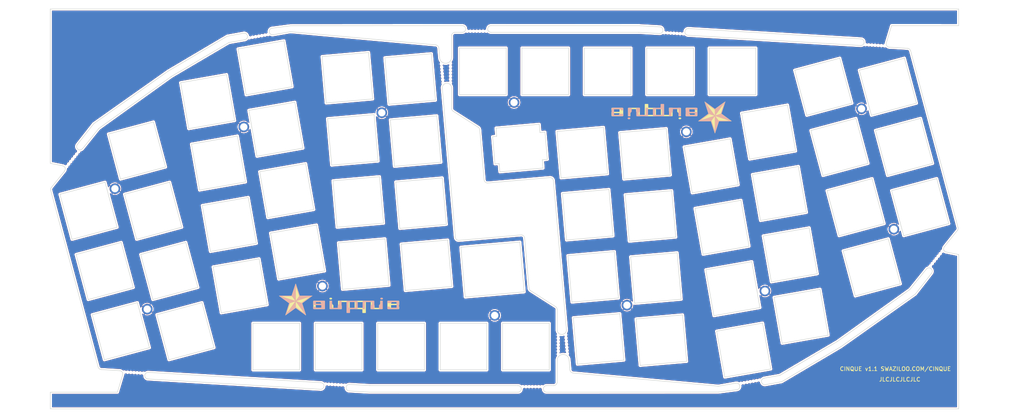
<source format=kicad_pcb>
(kicad_pcb (version 20240108) (generator "pcbnew") (generator_version "8.0")
  (title_block (title "cinque switchplates") (date "2025-06-12") (rev "1.1"))
  (layers (0 "F.Cu" signal) (31 "B.Cu" signal) (34 "B.Paste" user) (35 "F.Paste" user) (36 "B.SilkS" user "B.Silkscreen") (37 "F.SilkS" user "F.Silkscreen") (38 "B.Mask" user) (39 "F.Mask" user) (44 "Edge.Cuts" user))
  (net 0 "")
  (net 1 "GND")
  (footprint "ceoloide:mounting_hole_plated" (layer "F.Cu") (at 292.697281 91.038204 -165)
    (property "Reference" "H1" (hide yes))
    (property "Value" "")
    (pad "" thru_hole circle (at 0 0 195) (size 3.2 3.2) (drill 2.2) (layers "*.Cu" "*.Mask") (net 1 "GND"))
  )
  (footprint "ceoloide:mounting_hole_plated" (layer "F.Cu") (at 230.533742 61.825658 -175)
    (property "Reference" "H5" (hide yes))
    (property "Value" "")
    (pad "" thru_hole circle (at 0 0 185) (size 3.2 3.2) (drill 2.2) (layers "*.Cu" "*.Mask") (net 1 "GND"))
  )
  (footprint "ceoloide:mounting_hole_plated" (layer "F.Cu") (at 178.919741 53.030157 90)
    (property "Reference" "H6" (hide yes))
    (property "Value" "")
    (pad "" thru_hole circle (at 0 0 90) (size 3.2 3.2) (drill 2.2) (layers "*.Cu" "*.Mask") (net 1 "GND"))
  )
  (footprint "Module:Mouse Bite Cut" (layer "F.Cu") (at 249.684015 136.780077 10)
    (property "Reference" "JLC MB" (hide yes))
    (property "Value" "Mouse Bite Cut" (hide yes))
    (pad "" np_thru_hole circle (at -2.85001 0.000001 10) (size 0.6 0.6) (drill 0.6) (layers "F&B.Cu" "*.Mask"))
    (pad "" np_thru_hole circle (at -1.900001 0 10) (size 0.6 0.6) (drill 0.6) (layers "F&B.Cu" "*.Mask"))
    (pad "" np_thru_hole circle (at -0.949996 0.000003 10) (size 0.6 0.6) (drill 0.6) (layers "F&B.Cu" "*.Mask"))
    (pad "" np_thru_hole circle (at 0 0 10) (size 0.6 0.6) (drill 0.6) (layers "F&B.Cu" "*.Mask"))
    (pad "" np_thru_hole circle (at 0.949996 -0.000003 10) (size 0.6 0.6) (drill 0.6) (layers "F&B.Cu" "*.Mask"))
    (pad "" np_thru_hole circle (at 1.900001 0 10) (size 0.6 0.6) (drill 0.6) (layers "F&B.Cu" "*.Mask"))
    (pad "" np_thru_hole circle (at 2.85001 -0.000001 10) (size 0.6 0.6) (drill 0.6) (layers "F&B.Cu" "*.Mask"))
  )
  (footprint "Module:Mouse Bite Cut" (layer "F.Cu") (at 192.168431 125.697268 -90)
    (property "Reference" "JLC MB" (hide yes))
    (property "Value" "Mouse Bite Cut" (hide yes))
    (pad "" np_thru_hole circle (at -2.850005 0.000002 270) (size 0.6 0.6) (drill 0.6) (layers "F&B.Cu" "*.Mask"))
    (pad "" np_thru_hole circle (at -1.9 -0.000003 270) (size 0.6 0.6) (drill 0.6) (layers "F&B.Cu" "*.Mask"))
    (pad "" np_thru_hole circle (at -0.949995 0.000001 270) (size 0.6 0.6) (drill 0.6) (layers "F&B.Cu" "*.Mask"))
    (pad "" np_thru_hole circle (at 0 0 270) (size 0.6 0.6) (drill 0.6) (layers "F&B.Cu" "*.Mask"))
    (pad "" np_thru_hole circle (at 0.949995 -0.000001 270) (size 0.6 0.6) (drill 0.6) (layers "F&B.Cu" "*.Mask"))
    (pad "" np_thru_hole circle (at 1.9 0.000003 270) (size 0.6 0.6) (drill 0.6) (layers "F&B.Cu" "*.Mask"))
    (pad "" np_thru_hole circle (at 2.850005 -0.000002 270) (size 0.6 0.6) (drill 0.6) (layers "F&B.Cu" "*.Mask"))
  )
  (footprint "Module:Mouse Bite Cut" (layer "F.Cu") (at 194.648516 125.550034 -85)
    (property "Reference" "JLC MB" (hide yes))
    (property "Value" "Mouse Bite Cut" (hide yes))
    (pad "" np_thru_hole circle (at -2.850005 0.000003 275) (size 0.6 0.6) (drill 0.6) (layers "F&B.Cu" "*.Mask"))
    (pad "" np_thru_hole circle (at -1.9 -0.000003 275) (size 0.6 0.6) (drill 0.6) (layers "F&B.Cu" "*.Mask"))
    (pad "" np_thru_hole circle (at -0.949995 0.000001 275) (size 0.6 0.6) (drill 0.6) (layers "F&B.Cu" "*.Mask"))
    (pad "" np_thru_hole circle (at 0 0 275) (size 0.6 0.6) (drill 0.6) (layers "F&B.Cu" "*.Mask"))
    (pad "" np_thru_hole circle (at 0.949995 -0.000001 275) (size 0.6 0.6) (drill 0.6) (layers "F&B.Cu" "*.Mask"))
    (pad "" np_thru_hole circle (at 1.9 0.000003 275) (size 0.6 0.6) (drill 0.6) (layers "F&B.Cu" "*.Mask"))
    (pad "" np_thru_hole circle (at 2.850005 -0.000003 275) (size 0.6 0.6) (drill 0.6) (layers "F&B.Cu" "*.Mask"))
  )
  (footprint "ceoloide:mounting_hole_plated" (layer "F.Cu") (at 283.017451 54.912578 -165)
    (property "Reference" "H4" (hide yes))
    (property "Value" "")
    (pad "" thru_hole circle (at 0 0 195) (size 3.2 3.2) (drill 2.2) (layers "*.Cu" "*.Mask") (net 1 "GND"))
  )
  (footprint "ceoloide:mounting_hole_plated" (layer "F.Cu") (at 173.125164 116.894381 -90)
    (property "Reference" "H6" (hide yes))
    (property "Value" "")
    (pad "" thru_hole circle (at 0 0 270) (size 3.2 3.2) (drill 2.2) (layers "*.Cu" "*.Mask") (net 1 "GND"))
  )
  (footprint "ceoloide:mounting_hole_plated" (layer "F.Cu") (at 69.027457 115.011956 15)
    (property "Reference" "H4" (hide yes))
    (property "Value" "")
    (pad "" thru_hole circle (at 0 0 15) (size 3.2 3.2) (drill 2.2) (layers "*.Cu" "*.Mask") (net 1 "GND"))
  )
  (footprint "Module:Mouse Bite Cut" (layer "F.Cu") (at 157.394012 44.321263 95)
    (property "Reference" "JLC MB" (hide yes))
    (property "Value" "Mouse Bite Cut" (hide yes))
    (pad "" np_thru_hole circle (at -2.850001 0.000002 95) (size 0.6 0.6) (drill 0.6) (layers "F&B.Cu" "*.Mask"))
    (pad "" np_thru_hole circle (at -1.899999 -0.000001 95) (size 0.6 0.6) (drill 0.6) (layers "F&B.Cu" "*.Mask"))
    (pad "" np_thru_hole circle (at -0.949998 0.000002 95) (size 0.6 0.6) (drill 0.6) (layers "F&B.Cu" "*.Mask"))
    (pad "" np_thru_hole circle (at 0 0 95) (size 0.6 0.6) (drill 0.6) (layers "F&B.Cu" "*.Mask"))
    (pad "" np_thru_hole circle (at 0.949998 -0.000002 95) (size 0.6 0.6) (drill 0.6) (layers "F&B.Cu" "*.Mask"))
    (pad "" np_thru_hole circle (at 1.899999 0.000001 95) (size 0.6 0.6) (drill 0.6) (layers "F&B.Cu" "*.Mask"))
    (pad "" np_thru_hole circle (at 2.850001 -0.000002 95) (size 0.6 0.6) (drill 0.6) (layers "F&B.Cu" "*.Mask"))
  )
  (footprint "Module:Mouse Bite Cut" (layer "F.Cu") (at 102.428738 33.135117 -170)
    (property "Reference" "JLC MB" (hide yes))
    (property "Value" "Mouse Bite Cut" (hide yes))
    (pad "" np_thru_hole circle (at -2.85001 0.000001 190) (size 0.6 0.6) (drill 0.6) (layers "F&B.Cu" "*.Mask"))
    (pad "" np_thru_hole circle (at -1.900001 0 190) (size 0.6 0.6) (drill 0.6) (layers "F&B.Cu" "*.Mask"))
    (pad "" np_thru_hole circle (at -0.949996 0.000003 190) (size 0.6 0.6) (drill 0.6) (layers "F&B.Cu" "*.Mask"))
    (pad "" np_thru_hole circle (at 0 0 190) (size 0.6 0.6) (drill 0.6) (layers "F&B.Cu" "*.Mask"))
    (pad "" np_thru_hole circle (at 0.949996 -0.000003 190) (size 0.6 0.6) (drill 0.6) (layers "F&B.Cu" "*.Mask"))
    (pad "" np_thru_hole circle (at 1.900001 0 190) (size 0.6 0.6) (drill 0.6) (layers "F&B.Cu" "*.Mask"))
    (pad "" np_thru_hole circle (at 2.85001 -0.000001 190) (size 0.6 0.6) (drill 0.6) (layers "F&B.Cu" "*.Mask"))
  )
  (footprint "ceoloide:mounting_hole_plated" (layer "F.Cu") (at 97.956647 60.359034 10)
    (property "Reference" "H2" (hide yes))
    (property "Value" "")
    (pad "" thru_hole circle (at 0 0 10) (size 3.2 3.2) (drill 2.2) (layers "*.Cu" "*.Mask") (net 1 "GND"))
  )
  (footprint "Module:Mouse Bite Cut" (layer "F.Cu") (at 125.323701 137.648742 -3.4)
    (property "Reference" "JLC MB" (hide yes))
    (property "Value" "Mouse Bite Cut" (hide yes))
    (pad "" np_thru_hole circle (at -2.850013 0.000001 356.6) (size 0.6 0.6) (drill 0.6) (layers "F&B.Cu" "*.Mask"))
    (pad "" np_thru_hole circle (at -1.900001 -0.000001 356.6) (size 0.6 0.6) (drill 0.6) (layers "F&B.Cu" "*.Mask"))
    (pad "" np_thru_hole circle (at -0.949993 0.000003 356.6) (size 0.6 0.6) (drill 0.6) (layers "F&B.Cu" "*.Mask"))
    (pad "" np_thru_hole circle (at 0 0 356.6) (size 0.6 0.6) (drill 0.6) (layers "F&B.Cu" "*.Mask"))
    (pad "" np_thru_hole circle (at 0.949993 -0.000003 356.6) (size 0.6 0.6) (drill 0.6) (layers "F&B.Cu" "*.Mask"))
    (pad "" np_thru_hole circle (at 1.900001 0.000001 356.6) (size 0.6 0.6) (drill 0.6) (layers "F&B.Cu" "*.Mask"))
    (pad "" np_thru_hole circle (at 2.850013 -0.000001 356.6) (size 0.6 0.6) (drill 0.6) (layers "F&B.Cu" "*.Mask"))
  )
  (footprint "ceoloide:mounting_hole_plated" (layer "F.Cu") (at 212.747987 113.82366 -175)
    (property "Reference" "H3" (hide yes))
    (property "Value" "")
    (pad "" thru_hole circle (at 0 0 185) (size 3.2 3.2) (drill 2.2) (layers "*.Cu" "*.Mask") (net 1 "GND"))
  )
  (footprint "cayenne:NauticalStar01" (layer "F.Cu") (at 239.104369 57.52169 180)
    (property "Reference" "G***" (hide yes))
    (property "Value" "LOGO" (hide yes))
  )
  (footprint "Module:Mouse Bite Cut" (layer "F.Cu") (at 226.789052 32.266452 176.6)
    (property "Reference" "JLC MB" (hide yes))
    (property "Value" "Mouse Bite Cut" (hide yes))
    (pad "" np_thru_hole circle (at -2.850013 0.000001 176.6) (size 0.6 0.6) (drill 0.6) (layers "F&B.Cu" "*.Mask"))
    (pad "" np_thru_hole circle (at -1.900001 -0.000001 176.6) (size 0.6 0.6) (drill 0.6) (layers "F&B.Cu" "*.Mask"))
    (pad "" np_thru_hole circle (at -0.949993 0.000003 176.6) (size 0.6 0.6) (drill 0.6) (layers "F&B.Cu" "*.Mask"))
    (pad "" np_thru_hole circle (at 0 0 176.6) (size 0.6 0.6) (drill 0.6) (layers "F&B.Cu" "*.Mask"))
    (pad "" np_thru_hole circle (at 0.949993 -0.000003 176.6) (size 0.6 0.6) (drill 0.6) (layers "F&B.Cu" "*.Mask"))
    (pad "" np_thru_hole circle (at 1.900001 0.000001 176.6) (size 0.6 0.6) (drill 0.6) (layers "F&B.Cu" "*.Mask"))
    (pad "" np_thru_hole circle (at 2.850013 -0.000001 176.6) (size 0.6 0.6) (drill 0.6) (layers "F&B.Cu" "*.Mask"))
  )
  (footprint "ceoloide:mounting_hole_plated" (layer "F.Cu") (at 254.088258 109.565499 -170)
    (property "Reference" "H2" (hide yes))
    (property "Value" "")
    (pad "" thru_hole circle (at 0 0 190) (size 3.2 3.2) (drill 2.2) (layers "*.Cu" "*.Mask") (net 1 "GND"))
  )
  (footprint "Module:Mouse Bite Cut" (layer "F.Cu") (at 159.874097 44.174026 90)
    (property "Reference" "JLC MB" (hide yes))
    (property "Value" "Mouse Bite Cut" (hide yes))
    (pad "" np_thru_hole circle (at -2.850001 0.000002 90) (size 0.6 0.6) (drill 0.6) (layers "F&B.Cu" "*.Mask"))
    (pad "" np_thru_hole circle (at -1.899999 -0.000001 90) (size 0.6 0.6) (drill 0.6) (layers "F&B.Cu" "*.Mask"))
    (pad "" np_thru_hole circle (at -0.949998 0.000002 90) (size 0.6 0.6) (drill 0.6) (layers "F&B.Cu" "*.Mask"))
    (pad "" np_thru_hole circle (at 0 0 90) (size 0.6 0.6) (drill 0.6) (layers "F&B.Cu" "*.Mask"))
    (pad "" np_thru_hole circle (at 0.949998 -0.000002 90) (size 0.6 0.6) (drill 0.6) (layers "F&B.Cu" "*.Mask"))
    (pad "" np_thru_hole circle (at 1.899999 0.000001 90) (size 0.6 0.6) (drill 0.6) (layers "F&B.Cu" "*.Mask"))
    (pad "" np_thru_hole circle (at 2.850001 -0.000002 90) (size 0.6 0.6) (drill 0.6) (layers "F&B.Cu" "*.Mask"))
  )
  (footprint "cayenne:NauticalStar01" (layer "F.Cu") (at 113.49736 112.113439)
    (property "Reference" "G***" (hide yes))
    (property "Value" "LOGO" (hide yes))
  )
  (footprint "Module:Mouse Bite Cut" (layer "F.Cu") (at 184.390458 138.268413)
    (property "Reference" "JLC MB" (hide yes))
    (property "Value" "Mouse Bite Cut" (hide yes))
    (pad "" np_thru_hole circle (at -2.850007 0.000001) (size 0.6 0.6) (drill 0.6) (layers "F&B.Cu" "*.Mask"))
    (pad "" np_thru_hole circle (at -1.900002 -0.000004) (size 0.6 0.6) (drill 0.6) (layers "F&B.Cu" "*.Mask"))
    (pad "" np_thru_hole circle (at -0.949993 0.000002) (size 0.6 0.6) (drill 0.6) (layers "F&B.Cu" "*.Mask"))
    (pad "" np_thru_hole circle (at 0 0) (size 0.6 0.6) (drill 0.6) (layers "F&B.Cu" "*.Mask"))
    (pad "" np_thru_hole circle (at 0.949993 -0.000002) (size 0.6 0.6) (drill 0.6) (layers "F&B.Cu" "*.Mask"))
    (pad "" np_thru_hole circle (at 1.900002 0.000004) (size 0.6 0.6) (drill 0.6) (layers "F&B.Cu" "*.Mask"))
    (pad "" np_thru_hole circle (at 2.850007 -0.000001) (size 0.6 0.6) (drill 0.6) (layers "F&B.Cu" "*.Mask"))
  )
  (footprint "cayenne:cinque-logo01" (layer "F.Cu") (at 220.979821 55.752057 180)
    (property "Reference" "G***" (hide yes))
    (property "Value" "LOGO" (hide yes))
  )
  (footprint "Module:Mouse Bite Cut" (layer "F.Cu") (at 167.722295 31.646781 180)
    (property "Reference" "JLC MB" (hide yes))
    (property "Value" "Mouse Bite Cut" (hide yes))
    (pad "" np_thru_hole circle (at -2.850007 0.000001 180) (size 0.6 0.6) (drill 0.6) (layers "F&B.Cu" "*.Mask"))
    (pad "" np_thru_hole circle (at -1.900002 -0.000004 180) (size 0.6 0.6) (drill 0.6) (layers "F&B.Cu" "*.Mask"))
    (pad "" np_thru_hole circle (at -0.949993 0.000002 180) (size 0.6 0.6) (drill 0.6) (layers "F&B.Cu" "*.Mask"))
    (pad "" np_thru_hole circle (at 0 0 180) (size 0.6 0.6) (drill 0.6) (layers "F&B.Cu" "*.Mask"))
    (pad "" np_thru_hole circle (at 0.949993 -0.000002 180) (size 0.6 0.6) (drill 0.6) (layers "F&B.Cu" "*.Mask"))
    (pad "" np_thru_hole circle (at 1.900002 0.000004 180) (size 0.6 0.6) (drill 0.6) (layers "F&B.Cu" "*.Mask"))
    (pad "" np_thru_hole circle (at 2.850007 -0.000001 180) (size 0.6 0.6) (drill 0.6) (layers "F&B.Cu" "*.Mask"))
  )
  (footprint "Module:Mouse Bite Cut" (layer "F.Cu") (at 65.040293 134.049277 -3.4)
    (property "Reference" "JLC MB" (hide yes))
    (property "Value" "Mouse Bite Cut" (hide yes))
    (pad "" np_thru_hole circle (at -2.850012 -0.000001 356.6) (size 0.6 0.6) (drill 0.6) (layers "F&B.Cu" "*.Mask"))
    (pad "" np_thru_hole circle (at -1.899999 -0.000003 356.6) (size 0.6 0.6) (drill 0.6) (layers "F&B.Cu" "*.Mask"))
    (pad "" np_thru_hole circle (at -0.949995 -0.000004 356.6) (size 0.6 0.6) (drill 0.6) (layers "F&B.Cu" "*.Mask"))
    (pad "" np_thru_hole circle (at 0 0 356.6) (size 0.6 0.6) (drill 0.6) (layers "F&B.Cu" "*.Mask"))
    (pad "" np_thru_hole circle (at 0.949995 0.000004 356.6) (size 0.6 0.6) (drill 0.6) (layers "F&B.Cu" "*.Mask"))
    (pad "" np_thru_hole circle (at 1.899999 0.000003 356.6) (size 0.6 0.6) (drill 0.6) (layers "F&B.Cu" "*.Mask"))
    (pad "" np_thru_hole circle (at 2.850012 0.000001 356.6) (size 0.6 0.6) (drill 0.6) (layers "F&B.Cu" "*.Mask"))
  )
  (footprint "ceoloide:mounting_hole_plated" (layer "F.Cu") (at 139.296916 56.100876 5)
    (property "Reference" "H3" (hide yes))
    (property "Value" "")
    (pad "" thru_hole circle (at 0 0 5) (size 3.2 3.2) (drill 2.2) (layers "*.Cu" "*.Mask") (net 1 "GND"))
  )
  (footprint "Module:Mouse Bite Cut" (layer "F.Cu") (at 46.684559 70.013097 -128.75)
    (property "Reference" "JLC MB" (hide yes))
    (property "Value" "Mouse Bite Cut" (hide yes))
    (pad "" np_thru_hole circle (at -2.850007 0 231.25) (size 0.6 0.6) (drill 0.6) (layers "F&B.Cu" "*.Mask"))
    (pad "" np_thru_hole circle (at -1.900004 -0.000004 231.25) (size 0.6 0.6) (drill 0.6) (layers "F&B.Cu" "*.Mask"))
    (pad "" np_thru_hole circle (at -0.949995 0.000003 231.25) (size 0.6 0.6) (drill 0.6) (layers "F&B.Cu" "*.Mask"))
    (pad "" np_thru_hole circle (at 0 0 231.25) (size 0.6 0.6) (drill 0.6) (layers "F&B.Cu" "*.Mask"))
    (pad "" np_thru_hole circle (at 0.949995 -0.000003 231.25) (size 0.6 0.6) (drill 0.6) (layers "F&B.Cu" "*.Mask"))
    (pad "" np_thru_hole circle (at 1.900004 0.000004 231.25) (size 0.6 0.6) (drill 0.6) (layers "F&B.Cu" "*.Mask"))
    (pad "" np_thru_hole circle (at 2.850007 0 231.25) (size 0.6 0.6) (drill 0.6) (layers "F&B.Cu" "*.Mask"))
  )
  (footprint "ceoloide:mounting_hole_plated" (layer "F.Cu") (at 121.511161 108.098875 5)
    (property "Reference" "H5" (hide yes))
    (property "Value" "")
    (pad "" thru_hole circle (at 0 0 5) (size 3.2 3.2) (drill 2.2) (layers "*.Cu" "*.Mask") (net 1 "GND"))
  )
  (footprint "Module:Mouse Bite Cut" (layer "F.Cu") (at 305.386521 99.866861 51.25)
    (property "Reference" "JLC MB" (hide yes))
    (property "Value" "Mouse Bite Cut" (hide yes))
    (pad "" np_thru_hole circle (at -2.850007 0 51.25) (size 0.6 0.6) (drill 0.6) (layers "F&B.Cu" "*.Mask"))
    (pad "" np_thru_hole circle (at -1.900004 -0.000004 51.25) (size 0.6 0.6) (drill 0.6) (layers "F&B.Cu" "*.Mask"))
    (pad "" np_thru_hole circle (at -0.949995 0.000003 51.25) (size 0.6 0.6) (drill 0.6) (layers "F&B.Cu" "*.Mask"))
    (pad "" np_thru_hole circle (at 0 0 51.25) (size 0.6 0.6) (drill 0.6) (layers "F&B.Cu" "*.Mask"))
    (pad "" np_thru_hole circle (at 0.949995 -0.000003 51.25) (size 0.6 0.6) (drill 0.6) (layers "F&B.Cu" "*.Mask"))
    (pad "" np_thru_hole circle (at 1.900004 0.000004 51.25) (size 0.6 0.6) (drill 0.6) (layers "F&B.Cu" "*.Mask"))
    (pad "" np_thru_hole circle (at 2.850007 0 51.25) (size 0.6 0.6) (drill 0.6) (layers "F&B.Cu" "*.Mask"))
  )
  (footprint "ceoloide:mounting_hole_plated" (layer "F.Cu") (at 59.347623 78.886332 15)
    (property "Reference" "H1" (hide yes))
    (property "Value" "")
    (pad "" thru_hole circle (at 0 0 15) (size 3.2 3.2) (drill 2.2) (layers "*.Cu" "*.Mask") (net 1 "GND"))
  )
  (footprint "cayenne:cinque-logo01" (layer "F.Cu") (at 131.621909 113.883066)
    (property "Reference" "G***" (hide yes))
    (property "Value" "LOGO" (hide yes))
  )
  (footprint "Module:Mouse Bite Cut" (layer "F.Cu") (at 287.07246 35.865917 176.6)
    (property "Reference" "JLC MB" (hide yes))
    (property "Value" "Mouse Bite Cut" (hide yes))
    (pad "" np_thru_hole circle (at -2.850012 -0.000001 176.6) (size 0.6 0.6) (drill 0.6) (layers "F&B.Cu" "*.Mask"))
    (pad "" np_thru_hole circle (at -1.899999 -0.000003 176.6) (size 0.6 0.6) (drill 0.6) (layers "F&B.Cu" "*.Mask"))
    (pad "" np_thru_hole circle (at -0.949995 -0.000004 176.6) (size 0.6 0.6) (drill 0.6) (layers "F&B.Cu" "*.Mask"))
    (pad "" np_thru_hole circle (at 0 0 176.6) (size 0.6 0.6) (drill 0.6) (layers "F&B.Cu" "*.Mask"))
    (pad "" np_thru_hole circle (at 0.949995 0.000004 176.6) (size 0.6 0.6) (drill 0.6) (layers "F&B.Cu" "*.Mask"))
    (pad "" np_thru_hole circle (at 1.899999 0.000003 176.6) (size 0.6 0.6) (drill 0.6) (layers "F&B.Cu" "*.Mask"))
    (pad "" np_thru_hole circle (at 2.850012 0.000001 176.6) (size 0.6 0.6) (drill 0.6) (layers "F&B.Cu" "*.Mask"))
  )
  (footprint "cayenne:cinque-logo01" (layer "B.Cu") (at 220.979821 55.752057)
    (property "Reference" "G***" (hide yes))
    (property "Value" "LOGO" (hide yes))
  )
  (footprint "cayenne:NauticalStar01" (layer "B.Cu") (at 239.104383 57.522854)
    (property "Reference" "G***" (hide yes))
    (property "Value" "LOGO" (hide yes))
  )
  (footprint "cayenne:cinque-logo01" (layer "B.Cu") (at 131.621909 113.883066 180)
    (property "Reference" "G***" (hide yes))
    (property "Value" "LOGO" (hide yes))
  )
  (footprint "cayenne:NauticalStar01" (layer "B.Cu") (at 113.497344 112.112272 180)
    (property "Reference" "G***" (hide yes))
    (property "Value" "LOGO" (hide yes))
  )
  (gr_line (start 141.466169 107.858767) (end 140.245988 93.912042) (stroke (width 0.15)) (layer "Edge.Cuts"))
  (gr_line (start 56.391827 76.934851) (end 42.868865 80.558319) (stroke (width 0.15)) (layer "Edge.Cuts"))
  (gr_line (start 251.369737 50.680157) (end 251.369745 36.680153) (stroke (width 0.15)) (layer "Edge.Cuts"))
  (gr_line (start 135.631128 139.927748) (end 129.528405 139.571785) (stroke (width 0.15)) (layer "Edge.Cuts"))
  (gr_line (start 170.775165 133.24438) (end 170.775164 119.244379) (stroke (width 0.15)) (layer "Edge.Cuts"))
  (gr_line (start 69.695126 126.583439) (end 66.071659 113.060477) (stroke (width 0.15)) (layer "Edge.Cuts"))
  (gr_line (start 212.208546 80.694609) (end 213.428724 94.641333) (stroke (width 0.15)) (layer "Edge.Cuts"))
  (gr_line (start 39.994337 139.932305) (end 39.991067 144.929386) (stroke (width 0.15)) (layer "Edge.Cuts"))
  (gr_line (start 135.695404 137.930104) (end 129.647491 137.567564) (stroke (width 0.15)) (layer "Edge.Cuts"))
  (gr_line (start 273.029013 122.827958) (end 270.597941 109.040652) (stroke (width 0.15)) (layer "Edge.Cuts"))
  (gr_line (start 240.002226 138.110184) (end 196.581633 134.158101) (stroke (width 0.15)) (layer "Edge.Cuts"))
  (gr_line (start 256.810626 111.471724) (end 259.241704 125.259033) (stroke (width 0.15)) (layer "Edge.Cuts"))
  (gr_arc (start 216.289924 31.992654) (mid 216.319725 31.993098) (end 216.3495 31.994429) (stroke (width 0.15)) (layer "Edge.Cuts"))
  (gr_line (start 218.669741 50.680154) (end 232.669742 50.680151) (stroke (width 0.15)) (layer "Edge.Cuts"))
  (gr_arc (start 254.219909 137.676335) (mid 253.056979 136.862027) (end 253.871278 135.699084) (stroke (width 0.15)) (layer "Edge.Cuts"))
  (gr_line (start 251.369745 36.680153) (end 237.36974 36.68016) (stroke (width 0.15)) (layer "Edge.Cuts"))
  (gr_arc (start 43.778209 72.02224) (mid 44.431714 72.687212) (end 44.253817 73.602429) (stroke (width 0.15)) (layer "Edge.Cuts"))
  (gr_line (start 216.289924 31.992654) (end 172.034198 31.991722) (stroke (width 0.15)) (layer "Edge.Cuts"))
  (gr_line (start 160.269321 108.221346) (end 159.049141 94.274621) (stroke (width 0.15)) (layer "Edge.Cuts"))
  (gr_line (start 259.241704 125.259033) (end 273.029013 122.827958) (stroke (width 0.15)) (layer "Edge.Cuts"))
  (gr_line (start 162.569737 50.680154) (end 176.569737 50.680153) (stroke (width 0.15)) (layer "Edge.Cuts"))
  (gr_line (start 101.894556 69.158914) (end 115.681865 66.72784) (stroke (width 0.15)) (layer "Edge.Cuts"))
  (gr_line (start 195.41937 130.307595) (end 195.676087 133.249372) (stroke (width 0.15)) (layer "Edge.Cuts"))
  (gr_arc (start 76.257053 45.216521) (mid 76.294072 45.191195) (end 76.332189 45.167555) (stroke (width 0.15)) (layer "Edge.Cuts"))
  (gr_line (start 264.103492 72.208839) (end 250.316186 74.639915) (stroke (width 0.15)) (layer "Edge.Cuts"))
  (gr_line (start 300.712658 57.780441) (end 287.189696 61.403907) (stroke (width 0.15)) (layer "Edge.Cuts"))
  (gr_line (start 124.259819 71.821267) (end 138.206546 70.601086) (stroke (width 0.15)) (layer "Edge.Cuts"))
  (gr_line (start 157.419329 75.645779) (end 143.472603 76.865959) (stroke (width 0.15)) (layer "Edge.Cuts"))
  (gr_line (start 122.630006 53.192426) (end 136.576732 51.972245) (stroke (width 0.15)) (layer "Edge.Cuts"))
  (gr_line (start 74.532285 72.384713) (end 70.908819 58.861752) (stroke (width 0.15)) (layer "Edge.Cuts"))
  (gr_arc (start 194.624636 121.196534) (mid 193.242281 122.617893) (end 191.824991 121.231365) (stroke (width 0.15)) (layer "Edge.Cuts"))
  (gr_arc (start 54.42212 60.930068) (mid 54.514099 60.830266) (end 54.618745 60.743839) (stroke (width 0.15)) (layer "Edge.Cuts"))
  (gr_line (start 158.63951 89.592505) (end 157.419329 75.645779) (stroke (width 0.15)) (layer "Edge.Cuts"))
  (gr_line (start 66.071659 113.060477) (end 52.548697 116.683944) (stroke (width 0.15)) (layer "Edge.Cuts"))
  (gr_line (start 189.475163 133.24438) (end 189.475166 119.244381) (stroke (width 0.15)) (layer "Edge.Cuts"))
  (gr_arc (start 231.071762 32.876409) (mid 230.106613 31.796368) (end 231.188722 30.833537) (stroke (width 0.15)) (layer "Edge.Cuts"))
  (gr_line (start 93.672171 35.01804) (end 98.241475 34.21611) (stroke (width 0.15)) (layer "Edge.Cuts"))
  (gr_line (start 81.446967 60.883886) (end 95.234277 58.45281) (stroke (width 0.15)) (layer "Edge.Cuts"))
  (gr_arc (start 275.78785 124.708009) (mid 275.750831 124.733335) (end 275.712718 124.756982) (stroke (width 0.15)) (layer "Edge.Cuts"))
  (gr_line (start 286.195668 75.853541) (end 272.672702 79.47701) (stroke (width 0.15)) (layer "Edge.Cuts"))
  (gr_line (start 54.323848 132.388606) (end 40.121944 79.386372) (stroke (width 0.15)) (layer "Edge.Cuts"))
  (gr_line (start 108.388997 105.990725) (end 122.176306 103.559651) (stroke (width 0.15)) (layer "Edge.Cuts"))
  (gr_line (start 227.375452 93.421154) (end 226.155273 79.474424) (stroke (width 0.15)) (layer "Edge.Cuts"))
  (gr_line (start 211.831925 130.316261) (end 210.611743 116.369532) (stroke (width 0.15)) (layer "Edge.Cuts"))
  (gr_line (start 115.681865 66.72784) (end 113.250791 52.940532) (stroke (width 0.15)) (layer "Edge.Cuts"))
  (gr_line (start 199.969744 50.680155) (end 213.969741 50.680154) (stroke (width 0.15)) (layer "Edge.Cuts"))
  (gr_line (start 225.745645 74.79231) (end 224.52546 60.845586) (stroke (width 0.15)) (layer "Edge.Cuts"))
  (gr_line (start 196.665022 117.589715) (end 197.885201 131.536441) (stroke (width 0.15)) (layer "Edge.Cuts"))
  (gr_line (start 195.26974 50.680157) (end 195.269742 36.68016) (stroke (width 0.15)) (layer "Edge.Cuts"))
  (gr_arc (start 183.8584 109.470393) (mid 183.541366 109.145884) (end 183.40034 108.71469) (stroke (width 0.15)) (layer "Edge.Cuts"))
  (gr_line (start 277.512622 97.539822) (end 281.136085 111.062781) (stroke (width 0.15)) (layer "Edge.Cuts"))
  (gr_line (start 173.517854 60.690607) (end 173.735743 63.181094) (stroke (width 0.15)) (layer "Edge.Cuts"))
  (gr_line (start 229.868598 66.364881) (end 232.29967 80.152195) (stroke (width 0.15)) (layer "Edge.Cuts"))
  (gr_arc (start 258.706961 134.783113) (mid 258.545387 134.859806) (end 258.372736 134.906494) (stroke (width 0.15)) (layer "Edge.Cuts"))
  (gr_line (start 258.372736 134.906494) (end 253.871278 135.699084) (stroke (width 0.15)) (layer "Edge.Cuts"))
  (gr_arc (start 302.428896 103.01566) (mid 303.840151 102.861103) (end 303.994708 104.272358) (stroke (width 0.15)) (layer "Edge.Cuts"))
  (gr_line (start 46.49233 94.081279) (end 60.015292 90.457813) (stroke (width 0.15)) (layer "Edge.Cuts"))
  (gr_line (start 213.969739 36.680153) (end 199.96974 36.680156) (stroke (width 0.15)) (layer "Edge.Cuts"))
  (gr_line (start 227.785085 98.103268) (end 213.838361 99.323448) (stroke (width 0.15)) (layer "Edge.Cuts"))
  (gr_line (start 215.05854 113.270176) (end 229.005269 112.049995) (stroke (width 0.15)) (layer "Edge.Cuts"))
  (gr_arc (start 245.38421 137.197366) (mid 246.547163 138.011677) (end 245.732851 139.174621) (stroke (width 0.15)) (layer "Edge.Cuts"))
  (gr_line (start 222.46979 32.357679) (end 216.3495 31.994429) (stroke (width 0.15)) (layer "Edge.Cuts"))
  (gr_line (start 309.176036 89.366218) (end 305.552576 75.843253) (stroke (width 0.15)) (layer "Edge.Cuts"))
  (gr_line (start 287.189696 61.403907) (end 290.813163 74.926872) (stroke (width 0.15)) (layer "Edge.Cuts"))
  (gr_line (start 266.534569 85.996148) (end 264.103492 72.208839) (stroke (width 0.15)) (layer "Edge.Cuts"))
  (gr_line (start 276.296173 92.999971) (end 289.819131 89.376505) (stroke (width 0.15)) (layer "Edge.Cuts"))
  (gr_line (start 85.510335 83.928386) (end 87.941411 97.715695) (stroke (width 0.15)) (layer "Edge.Cuts"))
  (gr_line (start 93.013678 33.12877) (end 97.892844 32.238859) (stroke (width 0.15)) (layer "Edge.Cuts"))
  (gr_arc (start 49.655094 66.878883) (mid 48.243825 67.033421) (end 48.089282 65.622185) (stroke (width 0.15)) (layer "Edge.Cuts"))
  (gr_line (start 190.825165 137.93188) (end 188.701809 137.930955) (stroke (width 0.15)) (layer "Edge.Cuts"))
  (gr_line (start 75.297998 43.61942) (end 93.013678 33.12877) (stroke (width 0.15)) (layer "Edge.Cuts"))
  (gr_line (start 175.475164 133.24438) (end 189.475163 133.24438) (stroke (width 0.15)) (layer "Edge.Cuts"))
  (gr_line (start 57.385858 62.485217) (end 61.009322 76.00818) (stroke (width 0.15)) (layer "Edge.Cuts"))
  (gr_arc (start 163.410947 29.968974) (mid 164.422325 30.980904) (end 163.409835 31.991721) (stroke (width 0.15)) (layer "Edge.Cuts"))
  (gr_line (start 229.005269 112.049995) (end 227.785085 98.103268) (stroke (width 0.15)) (layer "Edge.Cuts"))
  (gr_line (start 136.986364 56.654359) (end 123.039637 57.874539) (stroke (width 0.15)) (layer "Edge.Cuts"))
  (gr_arc (start 60.758928 133.458347) (mid 61.53547 133.901837) (end 61.650429 134.788677) (stroke (width 0.15)) (layer "Edge.Cuts"))
  (gr_line (start 187.618835 72.707349) (end 187.400946 70.216862) (stroke (width 0.15)) (layer "Edge.Cuts"))
  (gr_line (start 195.035205 98.960872) (end 196.255385 112.907599) (stroke (width 0.15)) (layer "Edge.Cuts"))
  (gr_line (start 210.202111 111.68742) (end 208.981934 97.740693) (stroke (width 0.15)) (layer "Edge.Cuts"))
  (gr_arc (start 181.000287 92.755669) (mid 181.730231 92.985819) (end 182.083638 93.664709) (stroke (width 0.15)) (layer "Edge.Cuts"))
  (gr_line (start 138.075163 119.244379) (end 138.075164 133.24438) (stroke (width 0.15)) (layer "Edge.Cuts"))
  (gr_line (start 252.747261 88.427221) (end 266.534569 85.996148) (stroke (width 0.15)) (layer "Edge.Cuts"))
  (gr_line (start 157.420634 48.683434) (end 161.337905 93.472087) (stroke (width 0.15)) (layer "Edge.Cuts"))
  (gr_arc (start 308.299632 97.875157) (mid 307.646131 97.21018) (end 307.824024 96.294968) (stroke (width 0.15)) (layer "Edge.Cuts"))
  (gr_line (start 123.039637 57.874539) (end 124.259819 71.821267) (stroke (width 0.15)) (layer "Edge.Cuts"))
  (gr_line (start 231.188722 30.833537) (end 282.867752 33.942884) (stroke (width 0.15)) (layer "Edge.Cuts"))
  (gr_line (start 213.838361 99.323448) (end 215.05854 113.270176) (stroke (width 0.15)) (layer "Edge.Cuts"))
  (gr_line (start 255.828648 132.968835) (end 253.397569 119.181525) (stroke (width 0.15)) (layer "Edge.Cuts"))
  (gr_line (start 295.872741 39.717626) (end 282.349776 43.341096) (stroke (width 0.15)) (layer "Edge.Cuts"))
  (gr_line (start 172.4905 63.290039) (end 173.735743 63.181094) (stroke (width 0.15)) (layer "Edge.Cuts"))
  (gr_line (start 157.009696 70.963663) (end 155.789517 57.016935) (stroke (width 0.15)) (layer "Edge.Cuts"))
  (gr_line (start 121.044249 137.058197) (end 69.364079 133.9681) (stroke (width 0.15)) (layer "Edge.Cuts"))
  (gr_line (start 106.379902 30.740573) (end 111.991402 30.003006) (stroke (width 0.15)) (layer "Edge.Cuts"))
  (gr_arc (start 155.463269 35.766433) (mid 156.080968 36.056449) (end 156.368819 36.675161) (stroke (width 0.15)) (layer "Edge.Cuts"))
  (gr_line (start 145.102417 95.4948) (end 146.322596 109.441525) (stroke (width 0.15)) (layer "Edge.Cuts"))
  (gr_line (start 205.72231 60.483013) (end 191.775584 61.703189) (stroke (width 0.15)) (layer "Edge.Cuts"))
  (gr_line (start 67.06569 98.610843) (end 70.689156 112.133806) (stroke (width 0.15)) (layer "Edge.Cuts"))
  (gr_arc (start 55.230202 133.12801) (mid 54.657642 132.904647) (end 54.323848 132.388606) (stroke (width 0.15)) (layer "Edge.Cuts"))
  (gr_line (start 242.041337 135.399908) (end 255.828648 132.968835) (stroke (width 0.15)) (layer "Edge.Cuts"))
  (gr_line (start 102.710704 73.787514) (end 105.141779 87.57482) (stroke (width 0.15)) (layer "Edge.Cuts"))
  (gr_line (start 290.462324 35.126517) (end 292.014617 29.981738) (stroke (width 0.15)) (layer "Edge.Cuts"))
  (gr_line (start 224.52546 60.845586) (end 210.578736 62.065768) (stroke (width 0.15)) (layer "Edge.Cuts"))
  (gr_line (start 75.529073 130.196618) (end 89.052033 126.573151) (stroke (width 0.15)) (layer "Edge.Cuts"))
  (gr_line (start 175.475163 119.244378) (end 175.475164 133.24438) (stroke (width 0.15)) (layer "Edge.Cuts"))
  (gr_line (start 238.794116 116.984004) (end 252.581423 114.552926) (stroke (width 0.15)) (layer "Edge.Cuts"))
  (gr_arc (start 240.266515 138.099111) (mid 240.134738 138.113427) (end 240.002226 138.110184) (stroke (width 0.15)) (layer "Edge.Cuts"))
  (gr_line (start 215.468173 117.95229) (end 216.688352 131.899016) (stroke (width 0.15)) (layer "Edge.Cuts"))
  (gr_line (start 156.775163 119.244379) (end 156.775165 133.244381) (stroke (width 0.15)) (layer "Edge.Cuts"))
  (gr_line (start 299.15073 110.494904) (end 276.814755 126.295774) (stroke (width 0.15)) (layer "Edge.Cuts"))
  (gr_line (start 112.04268 31.814351) (end 155.463269 35.766433) (stroke (width 0.15)) (layer "Edge.Cuts"))
  (gr_line (start 96.21626 36.955701) (end 98.647337 50.743011) (stroke (width 0.15)) (layer "Edge.Cuts"))
  (gr_line (start 135.754976 137.931879) (end 180.08351 137.932715) (stroke (width 0.15)) (layer "Edge.Cuts"))
  (gr_line (start 70.908819 58.861752) (end 57.385858 62.485217) (stroke (width 0.15)) (layer "Edge.Cuts"))
  (gr_line (start 60.098136 139.933456) (end 39.994337 139.932305) (stroke (width 0.15)) (layer "Edge.Cuts"))
  (gr_line (start 141.43316 53.555002) (end 155.379886 52.334822) (stroke (width 0.15)) (layer "Edge.Cuts"))
  (gr_line (start 172.4905 63.290039) (end 173.205178 71.458832) (stroke (width 0.15)) (layer "Edge.Cuts"))
  (gr_line (start 249.500038 70.011318) (end 263.287346 67.580243) (stroke (width 0.15)) (layer "Edge.Cuts"))
  (gr_line (start 312.118416 29.982889) (end 312.121686 24.985808) (stroke (width 0.15)) (layer "Edge.Cuts"))
  (gr_line (start 246.086977 77.721118) (end 243.655907 63.933808) (stroke (width 0.15)) (layer "Edge.Cuts"))
  (gr_line (start 291.353825 36.456847) (end 296.814703 36.796525) (stroke (width 0.15)) (layer "Edge.Cuts"))
  (gr_arc (start 111.778388 31.825426) (mid 111.910166 31.811111) (end 112.04268 31.814351) (stroke (width 0.15)) (layer "Edge.Cuts"))
  (gr_line (start 312.132053 144.929386) (end 312.132053 98.648732) (stroke (width 0.15)) (layer "Edge.Cuts"))
  (gr_line (start 197.885201 131.536441) (end 211.831925 130.316261) (stroke (width 0.15)) (layer "Edge.Cuts"))
  (gr_line (start 71.905605 116.673658) (end 75.529073 130.196618) (stroke (width 0.15)) (layer "Edge.Cuts"))
  (gr_line (start 104.975938 113.700524) (end 102.544867 99.913216) (stroke (width 0.15)) (layer "Edge.Cuts"))
  (gr_line (start 42.868865 80.558319) (end 46.49233 94.081279) (stroke (width 0.15)) (layer "Edge.Cuts"))
  (gr_line (start 75.748733 76.924564) (end 62.225772 80.548032) (stroke (width 0.15)) (layer "Edge.Cuts"))
  (gr_line (start 160.21974 32.992653) (end 160.219847 39.383592) (stroke (width 0.15)) (layer "Edge.Cuts"))
  (gr_line (start 191.825163 115.104856) (end 191.824991 121.231365) (stroke (width 0.15)) (layer "Edge.Cuts"))
  (gr_line (start 245.732851 139.174621) (end 240.121351 139.912188) (stroke (width 0.15)) (layer "Edge.Cuts"))
  (gr_line (start 172.029243 29.965562) (end 216.481625 29.978277) (stroke (width 0.15)) (layer "Edge.Cuts"))
  (gr_line (start 125.889632 90.450107) (end 139.836357 89.229929) (stroke (width 0.15)) (layer "Edge.Cuts"))
  (gr_line (start 89.052033 126.573151) (end 85.428567 113.05019) (stroke (width 0.15)) (layer "Edge.Cuts"))
  (gr_line (start 290.813163 74.926872) (end 304.336123 71.303405) (stroke (width 0.15)) (layer "Edge.Cuts"))
  (gr_arc (start 157.420634 48.683434) (mid 158.79255 47.256098) (end 160.21488 48.633203) (stroke (width 0.15)) (layer "Edge.Cuts"))
  (gr_line (start 162.421257 94.381125) (end 181.000287 92.755669) (stroke (width 0.15)) (layer "Edge.Cuts"))
  (gr_line (start 207.35212 79.111848) (end 193.405394 80.332031) (stroke (width 0.15)) (layer "Edge.Cuts"))
  (gr_line (start 304.336123 71.303405) (end 300.712658 57.780441) (stroke (width 0.15)) (layer "Edge.Cuts"))
  (gr_line (start 160.219741 54.81968) (end 160.21488 48.633203) (stroke (width 0.15)) (layer "Edge.Cuts"))
  (gr_arc (start 106.728543 32.717828) (mid 105.565674 31.90356) (end 106.379902 30.740573) (stroke (width 0.15)) (layer "Edge.Cuts"))
  (gr_line (start 113.250791 52.940532) (end 99.463482 55.371606) (stroke (width 0.15)) (layer "Edge.Cuts"))
  (gr_arc (start 121.044249 137.058197) (mid 121.986828 138.119849) (end 120.925173 139.062419) (stroke (width 0.15)) (layer "Edge.Cuts"))
  (gr_line (start 232.29967 80.152195) (end 246.086977 77.721118) (stroke (width 0.15)) (layer "Edge.Cuts"))
  (gr_line (start 95.234277 58.45281) (end 92.803202 44.665502) (stroke (width 0.15)) (layer "Edge.Cuts"))
  (gr_line (start 138.616179 75.283202) (end 124.669452 76.503381) (stroke (width 0.15)) (layer "Edge.Cuts"))
  (gr_line (start 174.66831 73.840374) (end 187.618835 72.707349) (stroke (width 0.15)) (layer "Edge.Cuts"))
  (gr_arc (start 191.363298 114.261995) (mid 191.702129 114.6243) (end 191.825163 115.104856) (stroke (width 0.15)) (layer "Edge.Cuts"))
  (gr_line (start 210.578736 62.065768) (end 211.798911 76.012496) (stroke (width 0.15)) (layer "Edge.Cuts"))
  (gr_line (start 186.686272 62.048067) (end 186.468383 59.55758) (stroke (width 0.15)) (layer "Edge.Cuts"))
  (gr_line (start 100.675162 133.24438) (end 114.675163 133.244379) (stroke (width 0.15)) (layer "Edge.Cuts"))
  (gr_line (start 270.597941 109.040652) (end 256.810626 111.471724) (stroke (width 0.15)) (layer "Edge.Cuts"))
  (gr_line (start 303.994708 104.272358) (end 299.15073 110.494904) (stroke (width 0.15)) (layer "Edge.Cuts"))
  (gr_line (start 144.692786 90.812684) (end 158.63951 89.592505) (stroke (width 0.15)) (layer "Edge.Cuts"))
  (gr_line (start 235.546891 98.568098) (end 249.334201 96.137023) (stroke (width 0.15)) (layer "Edge.Cuts"))
  (gr_line (start 99.297643 81.497311) (end 85.510335 83.928386) (stroke (width 0.15)) (layer "Edge.Cuts"))
  (gr_line (start 285.97325 56.864057) (end 299.496208 53.240588) (stroke (width 0.15)) (layer "Edge.Cuts"))
  (gr_line (start 48.089282 65.622185) (end 52.962023 59.42029) (stroke (width 0.15)) (layer "Edge.Cuts"))
  (gr_line (start 249.334201 96.137023) (end 246.903126 82.349717) (stroke (width 0.15)) (layer "Edge.Cuts"))
  (gr_line (start 84.212119 108.510338) (end 80.588652 94.987378) (stroke (width 0.15)) (layer "Edge.Cuts"))
  (gr_line (start 164.285191 111.383371) (end 181.967648 109.836356) (stroke (width 0.15)) (layer "Edge.Cuts"))
  (gr_line (start 61.650429 134.788677) (end 60.098136 139.933456) (stroke (width 0.15)) (layer "Edge.Cuts"))
  (gr_line (start 102.544867 99.913216) (end 88.757555 102.344293) (stroke (width 0.15)) (layer "Edge.Cuts"))
  (gr_line (start 101.728719 95.28462) (end 99.297643 81.497311) (stroke (width 0.15)) (layer "Edge.Cuts"))
  (gr_line (start 92.803202 44.665502) (end 79.015893 47.096575) (stroke (width 0.15)) (layer "Edge.Cuts"))
  (gr_line (start 271.456254 74.937158) (end 284.979215 71.313688) (stroke (width 0.15)) (layer "Edge.Cuts"))
  (gr_line (start 259.099075 136.786424) (end 254.219909 137.676335) (stroke (width 0.15)) (layer "Edge.Cuts"))
  (gr_line (start 237.36974 50.680156) (end 251.369737 50.680157) (stroke (width 0.15)) (layer "Edge.Cuts"))
  (gr_line (start 47.708781 98.621132) (end 51.332248 112.144092) (stroke (width 0.15)) (layer "Edge.Cuts"))
  (gr_line (start 280.139298 53.250874) (end 276.515831 39.727915) (stroke (width 0.15)) (layer "Edge.Cuts"))
  (gr_line (start 170.775164 119.244379) (end 156.775163 119.244379) (stroke (width 0.15)) (layer "Edge.Cuts"))
  (gr_arc (start 40.121944 79.386372) (mid 40.109311 78.921581) (end 40.308233 78.50132) (stroke (width 0.15)) (layer "Edge.Cuts"))
  (gr_line (start 312.121686 24.985808) (end 39.9807 24.985808) (stroke (width 0.15)) (layer "Edge.Cuts"))
  (gr_line (start 267.832785 61.414196) (end 271.456254 74.937158) (stroke (width 0.15)) (layer "Edge.Cuts"))
  (gr_line (start 49.655094 66.878883) (end 54.42212 60.930068) (stroke (width 0.15)) (layer "Edge.Cuts"))
  (gr_line (start 39.991067 144.929386) (end 312.132053 144.929386) (stroke (width 0.15)) (layer "Edge.Cuts"))
  (gr_line (start 98.481497 76.868715) (end 96.050423 63.081407) (stroke (width 0.15)) (layer "Edge.Cuts"))
  (gr_line (start 297.426157 109.180696) (end 275.78785 124.708009) (stroke (width 0.15)) (layer "Edge.Cuts"))
  (gr_line (start 250.150349 100.765622) (end 236.36304 103.196693) (stroke (width 0.15)) (layer "Edge.Cuts"))
  (gr_line (start 232.669742 50.680151) (end 232.669744 36.680156) (stroke (width 0.15)) (layer "Edge.Cuts"))
  (gr_line (start 269.781792 104.412052) (end 267.350714 90.624744) (stroke (width 0.15)) (layer "Edge.Cuts"))
  (gr_line (start 65.849239 94.070994) (end 79.372201 90.447525) (stroke (width 0.15)) (layer "Edge.Cuts"))
  (gr_line (start 239.610263 121.6126) (end 242.041337 135.399908) (stroke (width 0.15)) (layer "Edge.Cuts"))
  (gr_line (start 189.475166 119.244381) (end 175.475163 119.244378) (stroke (width 0.15)) (layer "Edge.Cuts"))
  (gr_line (start 229.414898 116.732107) (end 215.468173 117.95229) (stroke (width 0.15)) (layer "Edge.Cuts"))
  (gr_line (start 52.548697 116.683944) (end 56.172164 130.206905) (stroke (width 0.15)) (layer "Edge.Cuts"))
  (gr_line (start 133.375165 133.244379) (end 133.375162 119.24438) (stroke (width 0.15)) (layer "Edge.Cuts"))
  (gr_line (start 39.9807 71.266462) (end 43.778209 72.02224) (stroke (width 0.15)) (layer "Edge.Cuts"))
  (gr_line (start 60.015292 90.457813) (end 56.391827 76.934851) (stroke (width 0.15)) (layer "Edge.Cuts"))
  (gr_line (start 173.205178 71.458832) (end 174.450421 71.349887) (stroke (width 0.15)) (layer "Edge.Cuts"))
  (gr_line (start 106.728543 32.717828) (end 111.778388 31.825426) (stroke (width 0.15)) (layer "Edge.Cuts"))
  (gr_line (start 154.159705 38.388096) (end 140.212978 39.608278) (stroke (width 0.15)) (layer "Edge.Cuts"))
  (gr_arc (start 191.822682 130.487705) (mid 193.530602 128.591923) (end 195.41937 130.307595) (stroke (width 0.15)) (layer "Edge.Cuts"))
  (gr_line (start 176.569737 50.680153) (end 176.569741 36.680153) (stroke (width 0.15)) (layer "Edge.Cuts"))
  (gr_arc (start 171.044617 77.168864) (mid 170.314674 76.938715) (end 169.96127 76.259827) (stroke (width 0.15)) (layer "Edge.Cuts"))
  (gr_line (start 263.287346 67.580243) (end 260.856275 53.792932) (stroke (width 0.15)) (layer "Edge.Cuts"))
  (gr_line (start 289.819131 89.376505) (end 286.195668 75.853541) (stroke (width 0.15)) (layer "Edge.Cuts"))
  (gr_line (start 161.219739 31.992657) (end 163.409835 31.991721) (stroke (width 0.15)) (layer "Edge.Cuts"))
  (gr_line (start 112.434644 48.311936) (end 110.003568 34.524626) (stroke (width 0.15)) (layer "Edge.Cuts"))
  (gr_arc (start 129.528405 139.571785) (mid 128.585848 138.510135) (end 129.647491 137.567564) (stroke (width 0.15)) (layer "Edge.Cuts"))
  (gr_line (start 245.38421 137.197366) (end 240.266517 138.099108) (stroke (width 0.15)) (layer "Edge.Cuts"))
  (gr_arc (start 162.421257 94.381125) (mid 161.691312 94.150976) (end 161.337905 93.472087) (stroke (width 0.15)) (layer "Edge.Cuts"))
  (gr_line (start 240.121351 139.912188) (end 188.701806 139.938702) (stroke (width 0.15)) (layer "Edge.Cuts"))
  (gr_line (start 82.263114 65.512482) (end 84.694189 79.29979) (stroke (width 0.15)) (layer "Edge.Cuts"))
  (gr_line (start 87.941411 97.715695) (end 101.728719 95.28462) (stroke (width 0.15)) (layer "Edge.Cuts"))
  (gr_line (start 110.003568 34.524626) (end 96.21626 36.955701) (stroke (width 0.15)) (layer "Edge.Cuts"))
  (gr_line (start 54.618745 60.743839) (end 76.257053 45.216521) (stroke (width 0.15)) (layer "Edge.Cuts"))
  (gr_line (start 138.075164 133.24438) (end 152.075164 133.244381) (stroke (width 0.15)) (layer "Edge.Cuts"))
  (gr_line (start 162.56974 36.680156) (end 162.569737 50.680154) (stroke (width 0.15)) (layer "Edge.Cuts"))
  (gr_line (start 195.269742 36.68016) (end 181.269741 36.680155) (stroke (width 0.15)) (layer "Edge.Cuts"))
  (gr_line (start 311.736671 91.423215) (end 307.824024 96.294968) (stroke (width 0.15)) (layer "Edge.Cuts"))
  (gr_line (start 169.96127 76.259827) (end 168.644566 61.209845) (stroke (width 0.15)) (layer "Edge.Cuts"))
  (gr_line (start 152.075164 133.244381) (end 152.075163 119.244379) (stroke (width 0.15)) (layer "Edge.Cuts"))
  (gr_line (start 253.563411 93.055822) (end 255.994478 106.843125) (stroke (width 0.15)) (layer "Edge.Cuts"))
  (gr_line (start 305.552576 75.843253) (end 292.02961 79.466723) (stroke (width 0.15)) (layer "Edge.Cuts"))
  (gr_line (start 272.672702 79.47701) (end 276.296173 92.999971) (stroke (width 0.15)) (layer "Edge.Cuts"))
  (gr_line (start 139.836357 89.229929) (end 138.616179 75.283202) (stroke (width 0.15)) (layer "Edge.Cuts"))
  (gr_line (start 76.332189 45.167555) (end 93.337943 35.141419) (stroke (width 0.15)) (layer "Edge.Cuts"))
  (gr_line (start 88.757555 102.344293) (end 91.188629 116.131601) (stroke (width 0.15)) (layer "Edge.Cuts"))
  (gr_line (start 186.468383 59.55758) (end 173.517854 60.690607) (stroke (width 0.15)) (layer "Edge.Cuts"))
  (gr_line (start 155.379886 52.334822) (end 154.159705 38.388096) (stroke (width 0.15)) (layer "Edge.Cuts"))
  (gr_line (start 126.299263 95.132222) (end 127.519444 109.078948) (stroke (width 0.15)) (layer "Edge.Cuts"))
  (gr_arc (start 188.701806 139.938702) (mid 187.697934 138.93483) (end 188.701809 137.930955) (stroke (width 0.15)) (layer "Edge.Cuts"))
  (gr_line (start 136.576732 51.972245) (end 135.356552 38.02552) (stroke (width 0.15)) (layer "Edge.Cuts"))
  (gr_line (start 91.188629 116.131601) (end 104.975938 113.700524) (stroke (width 0.15)) (layer "Edge.Cuts"))
  (gr_line (start 62.225772 80.548032) (end 65.849239 94.070994) (stroke (width 0.15)) (layer "Edge.Cuts"))
  (gr_line (start 56.172164 130.206905) (end 69.695126 126.583439) (stroke (width 0.15)) (layer "Edge.Cuts"))
  (gr_line (start 216.481625 29.987446) (end 222.584926 30.333714) (stroke (width 0.15)) (layer "Edge.Cuts"))
  (gr_line (start 55.230202 133.12801) (end 60.758928 133.458347) (stroke (width 0.15)) (layer "Edge.Cuts"))
  (gr_line (start 281.355751 57.790727) (end 267.832785 61.414196) (stroke (width 0.15)) (layer "Edge.Cuts"))
  (gr_arc (start 222.584926 30.333714) (mid 223.536737 31.403116) (end 222.46979 32.357679) (stroke (width 0.15)) (layer "Edge.Cuts"))
  (gr_line (start 230.635078 130.678835) (end 229.414898 116.732107) (stroke (width 0.15)) (layer "Edge.Cuts"))
  (gr_line (start 312.132053 98.648732) (end 308.299632 97.875158) (stroke (width 0.15)) (layer "Edge.Cuts"))
  (gr_line (start 70.689156 112.133806) (end 84.212119 108.510338) (stroke (width 0.15)) (layer "Edge.Cuts"))
  (gr_arc (start 172.034198 31.991722) (mid 171.016168 30.981126) (end 172.029243 29.965562) (stroke (width 0.15)) (layer "Edge.Cuts"))
  (gr_arc (start 296.814705 36.796527) (mid 297.38726 37.019892) (end 297.721057 37.535928) (stroke (width 0.15)) (layer "Edge.Cuts"))
  (gr_arc (start 160.681604 55.662538) (mid 160.342775 55.300234) (end 160.219741 54.81968) (stroke (width 0.15)) (layer "Edge.Cuts"))
  (gr_line (start 133.375162 119.24438) (end 119.375164 119.244379) (stroke (width 0.15)) (layer "Edge.Cuts"))
  (gr_arc (start 93.337943 35.141418) (mid 93.499518 35.064725) (end 93.672171 35.01804) (stroke (width 0.15)) (layer "Edge.Cuts"))
  (gr_line (start 85.428567 113.05019) (end 71.905605 116.673658) (stroke (width 0.15)) (layer "Edge.Cuts"))
  (gr_line (start 281.136085 111.062781) (end 294.659043 107.439319) (stroke (width 0.15)) (layer "Edge.Cuts"))
  (gr_line (start 199.96974 36.680156) (end 199.969744 50.680155) (stroke (width 0.15)) (layer "Edge.Cuts"))
  (gr_arc (start 180.08351 137.932715) (mid 181.087384 138.936589) (end 180.08351 139.940463) (stroke (width 0.15)) (layer "Edge.Cuts"))
  (gr_arc (start 282.867752 33.942884) (mid 283.810315 35.004527) (end 282.748674 35.947094) (stroke (width 0.15)) (layer "Edge.Cuts"))
  (gr_line (start 168.186503 60.454141) (end 160.681604 55.662538) (stroke (width 0.15)) (layer "Edge.Cuts"))
  (gr_line (start 191.822682 130.487705) (end 191.825163 136.931879) (stroke (width 0.15)) (layer "Edge.Cuts"))
  (gr_line (start 146.322596 109.441525) (end 160.269321 108.221346) (stroke (width 0.15)) (layer "Edge.Cuts"))
  (gr_line (start 181.269742 50.680158) (end 195.26974 50.680157) (stroke (width 0.15)) (layer "Edge.Cuts"))
  (gr_line (start 226.155273 79.474424) (end 212.208546 80.694609) (stroke (width 0.15)) (layer "Edge.Cuts"))
  (gr_line (start 210.611743 116.369532) (end 196.665022 117.589715) (stroke (width 0.15)) (layer "Edge.Cuts"))
  (gr_arc (start 189.623647 75.543408) (mid 190.35359 75.773557) (end 190.706999 76.452445) (stroke (width 0.15)) (layer "Edge.Cuts"))
  (gr_line (start 192.995763 75.649914) (end 206.942491 74.429737) (stroke (width 0.15)) (layer "Edge.Cuts"))
  (gr_line (start 237.36974 36.68016) (end 237.36974 50.680156) (stroke (width 0.15)) (layer "Edge.Cuts"))
  (gr_line (start 141.842791 58.237116) (end 143.06297 72.183843) (stroke (width 0.15)) (layer "Edge.Cuts"))
  (gr_line (start 119.375164 133.244379) (end 133.375165 133.244379) (stroke (width 0.15)) (layer "Edge.Cuts"))
  (gr_line (start 98.647337 50.743011) (end 112.434644 48.311936) (stroke (width 0.15)) (layer "Edge.Cuts"))
  (gr_line (start 236.36304 103.196693) (end 238.794116 116.984004) (stroke (width 0.15)) (layer "Edge.Cuts"))
  (gr_line (start 216.688352 131.899016) (end 230.635078 130.678835) (stroke (width 0.15)) (layer "Edge.Cuts"))
  (gr_line (start 253.397569 119.181525) (end 239.610263 121.6126) (stroke (width 0.15)) (layer "Edge.Cuts"))
  (gr_line (start 96.050423 63.081407) (end 82.263114 65.512482) (stroke (width 0.15)) (layer "Edge.Cuts"))
  (gr_line (start 266.616339 56.874344) (end 280.139298 53.250874) (stroke (width 0.15)) (layer "Edge.Cuts"))
  (gr_line (start 180.08351 139.940463) (end 135.631128 139.927748) (stroke (width 0.15)) (layer "Edge.Cuts"))
  (gr_line (start 213.969741 50.680154) (end 213.969739 36.680153) (stroke (width 0.15)) (layer "Edge.Cuts"))
  (gr_line (start 124.669452 76.503381) (end 125.889632 90.450107) (stroke (width 0.15)) (layer "Edge.Cuts"))
  (gr_line (start 156.775165 133.244381) (end 170.775165 133.24438) (stroke (width 0.15)) (layer "Edge.Cuts"))
  (gr_line (start 52.962023 59.42029) (end 75.297998 43.61942) (stroke (width 0.15)) (layer "Edge.Cuts"))
  (gr_line (start 255.994478 106.843125) (end 269.781792 104.412052) (stroke (width 0.15)) (layer "Edge.Cuts"))
  (gr_line (start 213.428724 94.641333) (end 227.375452 93.421154) (stroke (width 0.15)) (layer "Edge.Cuts"))
  (gr_line (start 188.895238 70.086128) (end 188.180564 61.917333) (stroke (width 0.15)) (layer "Edge.Cuts"))
  (gr_line (start 218.66974 36.680154) (end 218.669741 50.680154) (stroke (width 0.15)) (layer "Edge.Cuts"))
  (gr_line (start 232.669744 36.680156) (end 218.66974 36.680154) (stroke (width 0.15)) (layer "Edge.Cuts"))
  (gr_line (start 183.8584 109.470394) (end 191.363298 114.261995) (stroke (width 0.15)) (layer "Edge.Cuts"))
  (gr_line (start 79.372201 90.447525) (end 75.748733 76.924564) (stroke (width 0.15)) (layer "Edge.Cuts"))
  (gr_line (start 152.075163 119.244379) (end 138.075163 119.244379) (stroke (width 0.15)) (layer "Edge.Cuts"))
  (gr_line (start 61.009322 76.00818) (end 74.532285 72.384713) (stroke (width 0.15)) (layer "Edge.Cuts"))
  (gr_line (start 140.245988 93.912042) (end 126.299263 95.132222) (stroke (width 0.15)) (layer "Edge.Cuts"))
  (gr_line (start 252.581423 114.552926) (end 250.150349 100.765622) (stroke (width 0.15)) (layer "Edge.Cuts"))
  (gr_line (start 292.014617 29.981738) (end 312.118416 29.982889) (stroke (width 0.15)) (layer "Edge.Cuts"))
  (gr_line (start 180.660312 94.893435) (end 162.977857 96.44045) (stroke (width 0.15)) (layer "Edge.Cuts"))
  (gr_line (start 262.992869 43.351384) (end 266.616339 56.874344) (stroke (width 0.15)) (layer "Edge.Cuts"))
  (gr_line (start 61.231741 94.997664) (end 47.708781 98.621132) (stroke (width 0.15)) (layer "Edge.Cuts"))
  (gr_line (start 105.141779 87.57482) (end 118.929085 85.143746) (stroke (width 0.15)) (layer "Edge.Cuts"))
  (gr_line (start 119.745231 89.772343) (end 105.957923 92.203419) (stroke (width 0.15)) (layer "Edge.Cuts"))
  (gr_line (start 155.789517 57.016935) (end 141.842791 58.237116) (stroke (width 0.15)) (layer "Edge.Cuts"))
  (gr_line (start 208.572301 93.058577) (end 207.35212 79.111848) (stroke (width 0.15)) (layer "Edge.Cuts"))
  (gr_line (start 84.694189 79.29979) (end 98.481497 76.868715) (stroke (width 0.15)) (layer "Edge.Cuts"))
  (gr_arc (start 297.622786 108.994467) (mid 297.530806 109.09427) (end 297.426157 109.180696) (stroke (width 0.15)) (layer "Edge.Cuts"))
  (gr_line (start 122.176306 103.559651) (end 119.745231 89.772343) (stroke (width 0.15)) (layer "Edge.Cuts"))
  (gr_line (start 275.712718 124.756982) (end 258.706962 134.783112) (stroke (width 0.15)) (layer "Edge.Cuts"))
  (gr_line (start 111.991402 30.003006) (end 163.410947 29.968974) (stroke (width 0.15)) (layer "Edge.Cuts"))
  (gr_line (start 194.625574 94.278754) (end 208.572301 93.058577) (stroke (width 0.15)) (layer "Edge.Cuts"))
  (gr_line (start 243.655907 63.933808) (end 229.868598 66.364881) (stroke (width 0.15)) (layer "Edge.Cuts"))
  (gr_line (start 118.929085 85.143746) (end 116.498011 71.356439) (stroke (width 0.15)) (layer "Edge.Cuts"))
  (gr_line (start 211.798911 76.012496) (end 225.745645 74.79231) (stroke (width 0.15)) (layer "Edge.Cuts"))
  (gr_line (start 208.981934 97.740693) (end 195.035205 98.960872) (stroke (width 0.15)) (layer "Edge.Cuts"))
  (gr_arc (start 135.754976 137.931879) (mid 135.725177 137.931435) (end 135.695404 137.930104) (stroke (width 0.15)) (layer "Edge.Cuts"))
  (gr_line (start 127.519444 109.078948) (end 141.466169 107.858767) (stroke (width 0.15)) (layer "Edge.Cuts"))
  (gr_line (start 206.942491 74.429737) (end 205.72231 60.483013) (stroke (width 0.15)) (layer "Edge.Cuts"))
  (gr_line (start 135.356552 38.02552) (end 121.409827 39.245701) (stroke (width 0.15)) (layer "Edge.Cuts"))
  (gr_line (start 120.925173 139.062419) (end 69.245001 135.97231) (stroke (width 0.15)) (layer "Edge.Cuts"))
  (gr_arc (start 69.245001 135.97231) (mid 68.302438 134.910664) (end 69.364079 133.9681) (stroke (width 0.15)) (layer "Edge.Cuts"))
  (gr_line (start 140.212978 39.608278) (end 141.43316 53.555002) (stroke (width 0.15)) (layer "Edge.Cuts"))
  (gr_line (start 302.428896 103.01566) (end 297.622785 108.994466) (stroke (width 0.15)) (layer "Edge.Cuts"))
  (gr_line (start 246.903126 82.349717) (end 233.115821 84.780788) (stroke (width 0.15)) (layer "Edge.Cuts"))
  (gr_line (start 247.068968 56.224007) (end 249.500038 70.011318) (stroke (width 0.15)) (layer "Edge.Cuts"))
  (gr_line (start 282.349776 43.341096) (end 285.97325 56.864057) (stroke (width 0.15)) (layer "Edge.Cuts"))
  (gr_line (start 80.588652 94.987378) (end 67.06569 98.610843) (stroke (width 0.15)) (layer "Edge.Cuts"))
  (gr_line (start 295.653078 92.989686) (end 309.176036 89.366218) (stroke (width 0.15)) (layer "Edge.Cuts"))
  (gr_line (start 291.035579 93.916358) (end 277.512622 97.539822) (stroke (width 0.15)) (layer "Edge.Cuts"))
  (gr_line (start 284.979215 71.313688) (end 281.355751 57.790727) (stroke (width 0.15)) (layer "Edge.Cuts"))
  (gr_arc (start 160.219739 32.992654) (mid 160.512632 32.285546) (end 161.219739 31.992657) (stroke (width 0.15)) (layer "Edge.Cuts"))
  (gr_line (start 159.049141 94.274621) (end 145.102417 95.4948) (stroke (width 0.15)) (layer "Edge.Cuts"))
  (gr_line (start 276.814755 126.295774) (end 259.099075 136.786424) (stroke (width 0.15)) (layer "Edge.Cuts"))
  (gr_line (start 174.450421 71.349887) (end 174.66831 73.840374) (stroke (width 0.15)) (layer "Edge.Cuts"))
  (gr_line (start 187.400946 70.216862) (end 188.895238 70.086128) (stroke (width 0.15)) (layer "Edge.Cuts"))
  (gr_arc (start 97.892844 32.238859) (mid 99.05574 33.053139) (end 98.241475 34.21611) (stroke (width 0.15)) (layer "Edge.Cuts"))
  (gr_line (start 51.332248 112.144092) (end 64.85521 108.520626) (stroke (width 0.15)) (layer "Edge.Cuts"))
  (gr_line (start 182.083638 93.664709) (end 183.40034 108.71469) (stroke (width 0.15)) (layer "Edge.Cuts"))
  (gr_line (start 79.015893 47.096575) (end 81.446967 60.883886) (stroke (width 0.15)) (layer "Edge.Cuts"))
  (gr_line (start 116.498011 71.356439) (end 102.710704 73.787514) (stroke (width 0.15)) (layer "Edge.Cuts"))
  (gr_line (start 176.569741 36.680153) (end 162.56974 36.680156) (stroke (width 0.15)) (layer "Edge.Cuts"))
  (gr_line (start 181.967648 109.836356) (end 180.660312 94.893435) (stroke (width 0.15)) (layer "Edge.Cuts"))
  (gr_line (start 186.686272 62.048067) (end 188.180564 61.917333) (stroke (width 0.15)) (layer "Edge.Cuts"))
  (gr_line (start 143.472603 76.865959) (end 144.692786 90.812684) (stroke (width 0.15)) (layer "Edge.Cuts"))
  (gr_arc (start 291.353825 36.456847) (mid 290.577283 36.013355) (end 290.462324 35.126517) (stroke (width 0.15)) (layer "Edge.Cuts"))
  (gr_line (start 297.721057 37.535928) (end 311.92296 90.538165) (stroke (width 0.15)) (layer "Edge.Cuts"))
  (gr_line (start 260.856275 53.792932) (end 247.068968 56.224007) (stroke (width 0.15)) (layer "Edge.Cuts"))
  (gr_line (start 100.675165 119.24438) (end 100.675162 133.24438) (stroke (width 0.15)) (layer "Edge.Cuts"))
  (gr_line (start 292.02961 79.466723) (end 295.653078 92.989686) (stroke (width 0.15)) (layer "Edge.Cuts"))
  (gr_line (start 119.375164 119.244379) (end 119.375164 133.244379) (stroke (width 0.15)) (layer "Edge.Cuts"))
  (gr_line (start 121.409827 39.245701) (end 122.630006 53.192426) (stroke (width 0.15)) (layer "Edge.Cuts"))
  (gr_line (start 99.463482 55.371606) (end 101.894556 69.158914) (stroke (width 0.15)) (layer "Edge.Cuts"))
  (gr_line (start 138.206546 70.601086) (end 136.986364 56.654359) (stroke (width 0.15)) (layer "Edge.Cuts"))
  (gr_line (start 105.957923 92.203419) (end 108.388997 105.990725) (stroke (width 0.15)) (layer "Edge.Cuts"))
  (gr_line (start 143.06297 72.183843) (end 157.009696 70.963663) (stroke (width 0.15)) (layer "Edge.Cuts"))
  (gr_arc (start 196.581633 134.158101) (mid 195.963933 133.868084) (end 195.676087 133.249372) (stroke (width 0.15)) (layer "Edge.Cuts"))
  (gr_line (start 196.255385 112.907599) (end 210.202111 111.68742) (stroke (width 0.15)) (layer "Edge.Cuts"))
  (gr_line (start 276.515831 39.727915) (end 262.992869 43.351384) (stroke (width 0.15)) (layer "Edge.Cuts"))
  (gr_line (start 231.071762 32.876409) (end 282.748674 35.947094) (stroke (width 0.15)) (layer "Edge.Cuts"))
  (gr_line (start 114.675162 119.244378) (end 100.675165 119.24438) (stroke (width 0.15)) (layer "Edge.Cuts"))
  (gr_line (start 250.316186 74.639915) (end 252.747261 88.427221) (stroke (width 0.15)) (layer "Edge.Cuts"))
  (gr_arc (start 160.219847 39.383592) (mid 158.511929 41.279376) (end 156.62316 39.563703) (stroke (width 0.15)) (layer "Edge.Cuts"))
  (gr_line (start 193.405394 80.332031) (end 194.625574 94.278754) (stroke (width 0.15)) (layer "Edge.Cuts"))
  (gr_arc (start 311.92296 90.538165) (mid 311.935594 91.002955) (end 311.736671 91.423215) (stroke (width 0.15)) (layer "Edge.Cuts"))
  (gr_line (start 181.269741 36.680155) (end 181.269742 50.680158) (stroke (width 0.15)) (layer "Edge.Cuts"))
  (gr_line (start 39.9807 24.985808) (end 39.9807 71.266462) (stroke (width 0.15)) (layer "Edge.Cuts"))
  (gr_line (start 233.115821 84.780788) (end 235.546891 98.568098) (stroke (width 0.15)) (layer "Edge.Cuts"))
  (gr_line (start 64.85521 108.520626) (end 61.231741 94.997664) (stroke (width 0.15)) (layer "Edge.Cuts"))
  (gr_line (start 114.675163 133.244379) (end 114.675162 119.244378) (stroke (width 0.15)) (layer "Edge.Cuts"))
  (gr_arc (start 191.825163 136.931879) (mid 191.532271 137.638987) (end 190.825165 137.93188) (stroke (width 0.15)) (layer "Edge.Cuts"))
  (gr_arc (start 168.186506 60.454144) (mid 168.503537 60.778653) (end 168.644566 61.209845) (stroke (width 0.15)) (layer "Edge.Cuts"))
  (gr_line (start 299.496208 53.240588) (end 295.872741 39.717626) (stroke (width 0.15)) (layer "Edge.Cuts"))
  (gr_line (start 194.624636 121.196534) (end 190.706999 76.452445) (stroke (width 0.15)) (layer "Edge.Cuts"))
  (gr_line (start 40.308233 78.50132) (end 44.253817 73.602429) (stroke (width 0.15)) (layer "Edge.Cuts"))
  (gr_line (start 191.775584 61.703189) (end 192.995763 75.649914) (stroke (width 0.15)) (layer "Edge.Cuts"))
  (gr_line (start 189.623647 75.543408) (end 171.044617 77.168864) (stroke (width 0.15)) (layer "Edge.Cuts"))
  (gr_line (start 162.977857 96.44045) (end 164.285191 111.383371) (stroke (width 0.15)) (layer "Edge.Cuts"))
  (gr_line (start 156.368819 36.675161) (end 156.62316 39.563703) (stroke (width 0.15)) (layer "Edge.Cuts"))
  (gr_line (start 294.659043 107.439319) (end 291.035579 93.916358) (stroke (width 0.15)) (layer "Edge.Cuts"))
  (gr_line (start 267.350714 90.624744) (end 253.563411 93.055822) (stroke (width 0.15)) (layer "Edge.Cuts"))
  (gr_text "CINQUE v1.1 SWAZILOO.COM/CINQUE" (at 276.399075 133.641161 0) (layer "F.SilkS") (effects (font (size 1.2 1.2) (thickness 0.2) (bold yes)) (justify left bottom)))
  (gr_text "JLCJLCJLCJLC" (at 288.163271 136.797409 0) (layer "F.SilkS") (effects (font (size 1.2 1.2) (thickness 0.2) (bold yes)) (justify left bottom)))
  (zone (net 1) (net_name "GND") (layers "F&B.Cu") (connect_pads (clearance 0.3)) (min_thickness 0.25) (fill yes (thermal_gap 0.3) (thermal_bridge_width 0.3) (island_removal_mode 1) (island_area_min 10))
    (polygon (pts (xy 117.911194 23.806125) (xy 139.861464 23.94959) (xy 174.580191 23.662659) (xy 229.527598 23.94959) (xy 313.024702 23.806125) (xy 313.502816 91.254963) (xy 312.881236 146.612862) (xy 250.760538 146.756328) (xy 211.881303 146.182465) (xy 163.96372 146.182465) (xy 118.658 146.312704) (xy 38.431132 146.756328) (xy 39.16486 78.938908) (xy 38.574598 22.801864) (xy 79.462356 23.088796)))
  )
)
</source>
